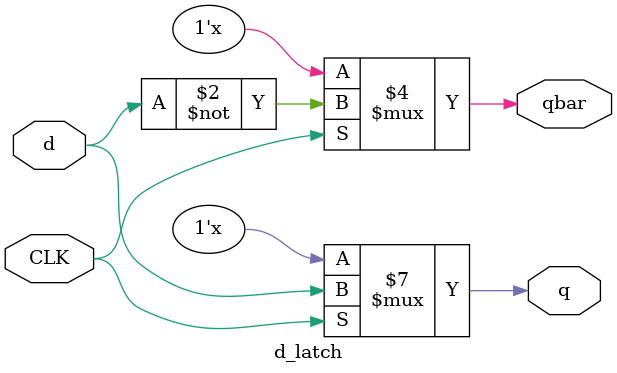
<source format=v>
module d_latch(d, q, qbar, CLK);
    input d, CLK;
    output reg q, qbar;

    always @(*) begin
        if (CLK) begin
            q = d;
            qbar = ~d;
        end
    end
endmodule

</source>
